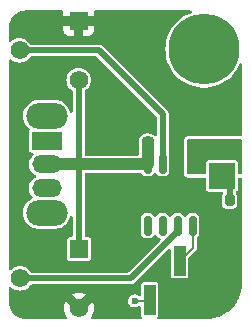
<source format=gtl>
G04 #@! TF.GenerationSoftware,KiCad,Pcbnew,8.0.1*
G04 #@! TF.CreationDate,2024-07-25T21:09:03+08:00*
G04 #@! TF.ProjectId,555Sandbox,35353553-616e-4646-926f-782e6b696361,1.0.0*
G04 #@! TF.SameCoordinates,Original*
G04 #@! TF.FileFunction,Copper,L1,Top*
G04 #@! TF.FilePolarity,Positive*
%FSLAX46Y46*%
G04 Gerber Fmt 4.6, Leading zero omitted, Abs format (unit mm)*
G04 Created by KiCad (PCBNEW 8.0.1) date 2024-07-25 21:09:03*
%MOMM*%
%LPD*%
G01*
G04 APERTURE LIST*
G04 Aperture macros list*
%AMRoundRect*
0 Rectangle with rounded corners*
0 $1 Rounding radius*
0 $2 $3 $4 $5 $6 $7 $8 $9 X,Y pos of 4 corners*
0 Add a 4 corners polygon primitive as box body*
4,1,4,$2,$3,$4,$5,$6,$7,$8,$9,$2,$3,0*
0 Add four circle primitives for the rounded corners*
1,1,$1+$1,$2,$3*
1,1,$1+$1,$4,$5*
1,1,$1+$1,$6,$7*
1,1,$1+$1,$8,$9*
0 Add four rect primitives between the rounded corners*
20,1,$1+$1,$2,$3,$4,$5,0*
20,1,$1+$1,$4,$5,$6,$7,0*
20,1,$1+$1,$6,$7,$8,$9,0*
20,1,$1+$1,$8,$9,$2,$3,0*%
G04 Aperture macros list end*
G04 #@! TA.AperFunction,SMDPad,CuDef*
%ADD10R,1.000000X2.510000*%
G04 #@! TD*
G04 #@! TA.AperFunction,SMDPad,CuDef*
%ADD11RoundRect,0.150000X-0.150000X0.675000X-0.150000X-0.675000X0.150000X-0.675000X0.150000X0.675000X0*%
G04 #@! TD*
G04 #@! TA.AperFunction,SMDPad,CuDef*
%ADD12R,2.200000X2.200000*%
G04 #@! TD*
G04 #@! TA.AperFunction,SMDPad,CuDef*
%ADD13R,2.200000X1.250000*%
G04 #@! TD*
G04 #@! TA.AperFunction,SMDPad,CuDef*
%ADD14RoundRect,0.200000X0.200000X0.275000X-0.200000X0.275000X-0.200000X-0.275000X0.200000X-0.275000X0*%
G04 #@! TD*
G04 #@! TA.AperFunction,ComponentPad*
%ADD15O,3.500000X2.200000*%
G04 #@! TD*
G04 #@! TA.AperFunction,ComponentPad*
%ADD16R,2.500000X1.500000*%
G04 #@! TD*
G04 #@! TA.AperFunction,ComponentPad*
%ADD17O,2.500000X1.500000*%
G04 #@! TD*
G04 #@! TA.AperFunction,SMDPad,CuDef*
%ADD18RoundRect,0.225000X0.250000X-0.225000X0.250000X0.225000X-0.250000X0.225000X-0.250000X-0.225000X0*%
G04 #@! TD*
G04 #@! TA.AperFunction,ComponentPad*
%ADD19R,1.560000X1.560000*%
G04 #@! TD*
G04 #@! TA.AperFunction,ComponentPad*
%ADD20C,1.560000*%
G04 #@! TD*
G04 #@! TA.AperFunction,ComponentPad*
%ADD21C,6.000000*%
G04 #@! TD*
G04 #@! TA.AperFunction,ViaPad*
%ADD22C,0.600000*%
G04 #@! TD*
G04 #@! TA.AperFunction,Conductor*
%ADD23C,0.200000*%
G04 #@! TD*
G04 #@! TA.AperFunction,Conductor*
%ADD24C,0.500000*%
G04 #@! TD*
G04 #@! TA.AperFunction,Conductor*
%ADD25C,1.000000*%
G04 #@! TD*
G04 APERTURE END LIST*
D10*
X92440000Y-91905000D03*
X89900000Y-88595000D03*
X87360000Y-91905000D03*
D11*
X91005000Y-80375000D03*
X89735000Y-80375000D03*
X88465000Y-80375000D03*
X87195000Y-80375000D03*
X87195000Y-85625000D03*
X88465000Y-85625000D03*
X89735000Y-85625000D03*
X91005000Y-85625000D03*
D12*
X93500000Y-81400000D03*
D13*
X93500000Y-79125000D03*
D14*
X94125000Y-83500000D03*
X92475000Y-83500000D03*
D15*
X78650000Y-76350000D03*
X78650000Y-84550000D03*
D16*
X78650000Y-78450000D03*
D17*
X78650000Y-80450000D03*
X78650000Y-82450000D03*
D18*
X87200000Y-78575000D03*
X87200000Y-77025000D03*
D19*
X81350000Y-68300000D03*
D20*
X76350000Y-70800000D03*
X81350000Y-73300000D03*
D21*
X91950000Y-70700000D03*
D19*
X81390000Y-87600000D03*
D20*
X76390000Y-90100000D03*
X81390000Y-92600000D03*
D22*
X86100000Y-92000000D03*
X83300000Y-74600000D03*
X94600000Y-90850000D03*
X86950000Y-73300000D03*
X92950000Y-77650000D03*
X86900000Y-75900000D03*
X76450000Y-68400000D03*
X91950000Y-77650000D03*
X83400000Y-88950000D03*
X81450000Y-90850000D03*
X93950000Y-77650000D03*
X92250000Y-93050000D03*
X83400000Y-93050000D03*
X88800000Y-72900000D03*
X89350000Y-78300000D03*
X86300000Y-75250000D03*
X93800000Y-92250000D03*
X83300000Y-75600000D03*
D23*
X89900000Y-88595000D02*
X91005000Y-87490000D01*
X91005000Y-87490000D02*
X91005000Y-85625000D01*
X86100000Y-92000000D02*
X87265000Y-92000000D01*
X87265000Y-92000000D02*
X87360000Y-91905000D01*
D24*
X81350000Y-73300000D02*
X81350000Y-87560000D01*
D25*
X87200000Y-80370000D02*
X87195000Y-80375000D01*
X78650000Y-80450000D02*
X87120000Y-80450000D01*
X87200000Y-78575000D02*
X87200000Y-80370000D01*
D24*
X81350000Y-87560000D02*
X81390000Y-87600000D01*
D25*
X81500000Y-87490000D02*
X81390000Y-87600000D01*
D24*
X89735000Y-86115000D02*
X89735000Y-85625000D01*
X85750000Y-90100000D02*
X89735000Y-86115000D01*
X76390000Y-90100000D02*
X85750000Y-90100000D01*
X88465000Y-76165000D02*
X88465000Y-80375000D01*
X83100000Y-70800000D02*
X88465000Y-76165000D01*
X76350000Y-70800000D02*
X83100000Y-70800000D01*
X94125000Y-82375000D02*
X93200000Y-81450000D01*
X94125000Y-83500000D02*
X94125000Y-82375000D01*
G04 #@! TA.AperFunction,Conductor*
G36*
X95130753Y-78319685D02*
G01*
X95176508Y-78372489D01*
X95187713Y-78423962D01*
X95188087Y-79668481D01*
X95188538Y-81175963D01*
X95168874Y-81243008D01*
X95116083Y-81288779D01*
X95064538Y-81300000D01*
X94974500Y-81300000D01*
X94907461Y-81280315D01*
X94861706Y-81227511D01*
X94850500Y-81176000D01*
X94850500Y-80275323D01*
X94850499Y-80275321D01*
X94835967Y-80202264D01*
X94835966Y-80202260D01*
X94780601Y-80119399D01*
X94697740Y-80064034D01*
X94697739Y-80064033D01*
X94697735Y-80064032D01*
X94624677Y-80049500D01*
X94624674Y-80049500D01*
X92375326Y-80049500D01*
X92375323Y-80049500D01*
X92302264Y-80064032D01*
X92302260Y-80064033D01*
X92219399Y-80119399D01*
X92164033Y-80202260D01*
X92164032Y-80202264D01*
X92149500Y-80275321D01*
X92149500Y-81176000D01*
X92129815Y-81243039D01*
X92077011Y-81288794D01*
X92025500Y-81300000D01*
X90624000Y-81300000D01*
X90556961Y-81280315D01*
X90511206Y-81227511D01*
X90500000Y-81176000D01*
X90500000Y-78424000D01*
X90519685Y-78356961D01*
X90572489Y-78311206D01*
X90624000Y-78300000D01*
X95063714Y-78300000D01*
X95130753Y-78319685D01*
G37*
G04 #@! TD.AperFunction*
G04 #@! TA.AperFunction,Conductor*
G36*
X80013039Y-67420185D02*
G01*
X80058794Y-67472989D01*
X80070000Y-67524500D01*
X80070000Y-67900000D01*
X81042894Y-67900000D01*
X80949901Y-67992993D01*
X80884075Y-68107007D01*
X80850000Y-68234174D01*
X80850000Y-68365826D01*
X80884075Y-68492993D01*
X80949901Y-68607007D01*
X81042993Y-68700099D01*
X81157007Y-68765925D01*
X81284174Y-68800000D01*
X81415826Y-68800000D01*
X81542993Y-68765925D01*
X81657007Y-68700099D01*
X81657106Y-68700000D01*
X81750000Y-68700000D01*
X81750000Y-69580000D01*
X82177828Y-69580000D01*
X82177844Y-69579999D01*
X82237372Y-69573598D01*
X82237379Y-69573596D01*
X82372086Y-69523354D01*
X82372093Y-69523350D01*
X82487187Y-69437190D01*
X82487190Y-69437187D01*
X82573350Y-69322093D01*
X82573354Y-69322086D01*
X82623596Y-69187379D01*
X82623598Y-69187372D01*
X82629999Y-69127844D01*
X82630000Y-69127827D01*
X82630000Y-68700000D01*
X81750000Y-68700000D01*
X81657106Y-68700000D01*
X81750099Y-68607007D01*
X81815925Y-68492993D01*
X81850000Y-68365826D01*
X81850000Y-68234174D01*
X81815925Y-68107007D01*
X81750099Y-67992993D01*
X81657106Y-67900000D01*
X82630000Y-67900000D01*
X82630000Y-67524500D01*
X82649685Y-67457461D01*
X82702489Y-67411706D01*
X82754000Y-67400500D01*
X90806168Y-67400500D01*
X90873207Y-67420185D01*
X90918962Y-67472989D01*
X90928906Y-67542147D01*
X90899881Y-67605703D01*
X90845762Y-67642008D01*
X90745099Y-67675926D01*
X90745096Y-67675927D01*
X90745088Y-67675930D01*
X90425210Y-67823921D01*
X90425197Y-67823928D01*
X90123184Y-68005644D01*
X89842589Y-68218946D01*
X89842580Y-68218954D01*
X89586685Y-68461350D01*
X89358505Y-68729983D01*
X89358498Y-68729993D01*
X89160695Y-69021730D01*
X88995597Y-69333137D01*
X88995588Y-69333155D01*
X88865127Y-69660589D01*
X88865126Y-69660591D01*
X88770834Y-70000203D01*
X88770833Y-70000206D01*
X88713808Y-70348045D01*
X88694726Y-70699997D01*
X88694726Y-70700002D01*
X88713808Y-71051954D01*
X88770833Y-71399793D01*
X88770834Y-71399796D01*
X88865126Y-71739408D01*
X88865127Y-71739410D01*
X88995588Y-72066844D01*
X88995597Y-72066862D01*
X89160695Y-72378269D01*
X89358498Y-72670006D01*
X89358505Y-72670016D01*
X89586685Y-72938649D01*
X89586686Y-72938650D01*
X89842580Y-73181046D01*
X90123182Y-73394354D01*
X90425202Y-73576074D01*
X90425206Y-73576075D01*
X90425210Y-73576078D01*
X90745088Y-73724070D01*
X90745092Y-73724070D01*
X90745099Y-73724074D01*
X91079122Y-73836619D01*
X91423355Y-73912391D01*
X91773763Y-73950500D01*
X91773769Y-73950500D01*
X92126231Y-73950500D01*
X92126237Y-73950500D01*
X92476645Y-73912391D01*
X92820878Y-73836619D01*
X93154901Y-73724074D01*
X93154908Y-73724070D01*
X93154911Y-73724070D01*
X93474789Y-73576078D01*
X93474798Y-73576074D01*
X93776818Y-73394354D01*
X94057420Y-73181046D01*
X94313314Y-72938650D01*
X94541501Y-72670008D01*
X94739305Y-72378269D01*
X94904407Y-72066854D01*
X94946599Y-71960958D01*
X94989697Y-71905969D01*
X95055686Y-71883008D01*
X95123614Y-71899369D01*
X95171913Y-71949856D01*
X95185791Y-72006821D01*
X95187562Y-77920463D01*
X95167898Y-77987508D01*
X95115107Y-78033279D01*
X95063562Y-78044500D01*
X90623997Y-78044500D01*
X90569687Y-78050338D01*
X90518181Y-78061543D01*
X90518172Y-78061546D01*
X90491807Y-78068779D01*
X90491796Y-78068783D01*
X90405181Y-78118105D01*
X90405173Y-78118111D01*
X90352371Y-78163863D01*
X90320743Y-78196640D01*
X90274534Y-78284977D01*
X90274533Y-78284977D01*
X90254851Y-78352009D01*
X90254848Y-78352021D01*
X90244500Y-78423998D01*
X90244500Y-81176002D01*
X90250338Y-81230312D01*
X90261543Y-81281818D01*
X90261546Y-81281827D01*
X90268779Y-81308192D01*
X90268783Y-81308203D01*
X90318105Y-81394818D01*
X90318110Y-81394825D01*
X90318112Y-81394828D01*
X90333036Y-81412051D01*
X90363863Y-81447628D01*
X90363866Y-81447631D01*
X90363867Y-81447632D01*
X90396641Y-81479257D01*
X90484976Y-81525465D01*
X90484977Y-81525465D01*
X90484977Y-81525466D01*
X90535105Y-81540184D01*
X90552015Y-81545150D01*
X90552019Y-81545150D01*
X90552021Y-81545151D01*
X90563652Y-81546823D01*
X90624000Y-81555500D01*
X90624001Y-81555500D01*
X92025500Y-81555500D01*
X92092539Y-81575185D01*
X92138294Y-81627989D01*
X92149500Y-81679500D01*
X92149500Y-82524678D01*
X92164032Y-82597735D01*
X92164033Y-82597739D01*
X92164034Y-82597740D01*
X92219399Y-82680601D01*
X92302260Y-82735966D01*
X92302264Y-82735967D01*
X92375321Y-82750499D01*
X92375324Y-82750500D01*
X92375326Y-82750500D01*
X93469659Y-82750500D01*
X93536698Y-82770185D01*
X93582453Y-82822989D01*
X93592397Y-82892147D01*
X93569430Y-82948133D01*
X93522207Y-83012118D01*
X93522206Y-83012119D01*
X93477353Y-83140298D01*
X93477353Y-83140300D01*
X93474500Y-83170730D01*
X93474500Y-83829269D01*
X93477353Y-83859699D01*
X93477353Y-83859701D01*
X93522206Y-83987880D01*
X93522207Y-83987882D01*
X93602850Y-84097150D01*
X93712118Y-84177793D01*
X93754845Y-84192744D01*
X93840299Y-84222646D01*
X93870730Y-84225500D01*
X93870734Y-84225500D01*
X94379270Y-84225500D01*
X94409699Y-84222646D01*
X94409701Y-84222646D01*
X94473790Y-84200219D01*
X94537882Y-84177793D01*
X94647150Y-84097150D01*
X94727793Y-83987882D01*
X94750219Y-83923790D01*
X94772646Y-83859701D01*
X94772646Y-83859699D01*
X94775500Y-83829269D01*
X94775500Y-83170730D01*
X94772646Y-83140300D01*
X94772646Y-83140298D01*
X94727793Y-83012119D01*
X94727790Y-83012113D01*
X94658529Y-82918267D01*
X94634558Y-82852638D01*
X94649874Y-82784468D01*
X94689410Y-82741531D01*
X94697738Y-82735966D01*
X94697740Y-82735966D01*
X94780601Y-82680601D01*
X94835966Y-82597740D01*
X94850500Y-82524674D01*
X94850500Y-81679500D01*
X94870185Y-81612461D01*
X94922989Y-81566706D01*
X94974500Y-81555500D01*
X95064689Y-81555500D01*
X95131728Y-81575185D01*
X95177483Y-81627989D01*
X95188688Y-81679461D01*
X95191060Y-89596666D01*
X95191325Y-90483207D01*
X95191344Y-90545852D01*
X95191176Y-90552344D01*
X95175339Y-90856207D01*
X95173986Y-90869118D01*
X95126975Y-91166455D01*
X95124279Y-91179154D01*
X95046440Y-91469945D01*
X95042431Y-91482292D01*
X94934621Y-91763343D01*
X94929344Y-91775203D01*
X94792736Y-92043453D01*
X94786247Y-92054697D01*
X94622350Y-92307184D01*
X94614722Y-92317688D01*
X94425319Y-92551665D01*
X94416634Y-92561314D01*
X94203804Y-92774209D01*
X94194158Y-92782896D01*
X93960251Y-92972364D01*
X93949750Y-92979996D01*
X93697303Y-93143980D01*
X93686061Y-93150472D01*
X93417858Y-93287161D01*
X93405999Y-93292442D01*
X93124983Y-93400340D01*
X93112637Y-93404353D01*
X92821870Y-93482282D01*
X92809172Y-93484982D01*
X92511849Y-93532086D01*
X92498939Y-93533443D01*
X92195939Y-93549330D01*
X92189446Y-93549500D01*
X88131064Y-93549500D01*
X88064025Y-93529815D01*
X88018270Y-93477011D01*
X88008326Y-93407853D01*
X88034264Y-93351056D01*
X88033815Y-93350756D01*
X88035667Y-93347983D01*
X88037351Y-93344297D01*
X88040111Y-93341332D01*
X88040598Y-93340602D01*
X88040601Y-93340601D01*
X88095966Y-93257740D01*
X88110500Y-93184674D01*
X88110500Y-90625326D01*
X88110500Y-90625323D01*
X88110499Y-90625321D01*
X88095967Y-90552264D01*
X88095966Y-90552260D01*
X88080006Y-90528374D01*
X88040601Y-90469399D01*
X87957740Y-90414034D01*
X87957739Y-90414033D01*
X87957735Y-90414032D01*
X87884677Y-90399500D01*
X87884674Y-90399500D01*
X86835326Y-90399500D01*
X86835323Y-90399500D01*
X86762264Y-90414032D01*
X86762260Y-90414033D01*
X86679399Y-90469399D01*
X86624033Y-90552260D01*
X86624032Y-90552264D01*
X86609500Y-90625321D01*
X86609500Y-91445616D01*
X86589815Y-91512655D01*
X86537011Y-91558410D01*
X86467853Y-91568354D01*
X86410014Y-91543992D01*
X86377625Y-91519139D01*
X86377624Y-91519138D01*
X86377622Y-91519137D01*
X86243712Y-91463671D01*
X86243710Y-91463670D01*
X86243709Y-91463670D01*
X86171854Y-91454210D01*
X86100001Y-91444750D01*
X86099999Y-91444750D01*
X85956291Y-91463670D01*
X85956287Y-91463671D01*
X85822377Y-91519137D01*
X85707379Y-91607379D01*
X85619137Y-91722377D01*
X85563671Y-91856287D01*
X85563670Y-91856291D01*
X85544750Y-92000000D01*
X85558554Y-92104853D01*
X85563670Y-92143708D01*
X85563671Y-92143712D01*
X85619137Y-92277622D01*
X85619138Y-92277624D01*
X85619139Y-92277625D01*
X85707379Y-92392621D01*
X85822375Y-92480861D01*
X85956291Y-92536330D01*
X86072770Y-92551665D01*
X86099999Y-92555250D01*
X86100000Y-92555250D01*
X86100001Y-92555250D01*
X86114977Y-92553278D01*
X86243709Y-92536330D01*
X86377625Y-92480861D01*
X86410013Y-92456008D01*
X86475181Y-92430813D01*
X86543626Y-92444850D01*
X86593616Y-92493663D01*
X86609500Y-92554383D01*
X86609500Y-93184678D01*
X86624032Y-93257735D01*
X86624033Y-93257739D01*
X86624034Y-93257740D01*
X86679399Y-93340601D01*
X86679400Y-93340601D01*
X86686185Y-93350756D01*
X86684350Y-93351981D01*
X86710102Y-93399142D01*
X86705118Y-93468834D01*
X86663246Y-93524767D01*
X86597782Y-93549184D01*
X86588936Y-93549500D01*
X82525946Y-93549500D01*
X82458907Y-93529815D01*
X82413152Y-93477011D01*
X82403208Y-93407853D01*
X82424371Y-93354376D01*
X82502746Y-93242444D01*
X82597399Y-93039459D01*
X82597403Y-93039450D01*
X82655367Y-92823124D01*
X82655369Y-92823113D01*
X82674889Y-92600002D01*
X82674889Y-92599997D01*
X82655369Y-92376886D01*
X82655367Y-92376875D01*
X82597403Y-92160549D01*
X82597400Y-92160540D01*
X82533079Y-92022604D01*
X81890000Y-92665683D01*
X81890000Y-92534174D01*
X81855925Y-92407007D01*
X81790099Y-92292993D01*
X81697007Y-92199901D01*
X81582993Y-92134075D01*
X81455826Y-92100000D01*
X81324174Y-92100000D01*
X81197007Y-92134075D01*
X81082993Y-92199901D01*
X80989901Y-92292993D01*
X80924075Y-92407007D01*
X80890000Y-92534174D01*
X80890000Y-92665685D01*
X80246920Y-92022605D01*
X80182600Y-92160540D01*
X80182596Y-92160549D01*
X80124632Y-92376875D01*
X80124630Y-92376886D01*
X80105111Y-92599997D01*
X80105111Y-92600002D01*
X80124630Y-92823113D01*
X80124632Y-92823124D01*
X80182596Y-93039450D01*
X80182600Y-93039459D01*
X80277253Y-93242444D01*
X80355629Y-93354376D01*
X80377956Y-93420582D01*
X80360946Y-93488350D01*
X80309998Y-93536163D01*
X80254054Y-93549500D01*
X76904875Y-93549500D01*
X76895146Y-93549118D01*
X76682975Y-93532419D01*
X76663757Y-93529375D01*
X76461569Y-93480834D01*
X76443063Y-93474821D01*
X76250955Y-93395247D01*
X76233618Y-93386413D01*
X76056327Y-93277769D01*
X76040585Y-93266332D01*
X75882469Y-93131288D01*
X75868711Y-93117530D01*
X75733667Y-92959414D01*
X75722230Y-92943672D01*
X75613586Y-92766381D01*
X75604752Y-92749044D01*
X75543015Y-92599997D01*
X75525176Y-92556930D01*
X75519167Y-92538437D01*
X75470623Y-92336237D01*
X75467580Y-92317024D01*
X75464479Y-92277625D01*
X75450882Y-92104853D01*
X75450500Y-92095124D01*
X75450500Y-91456920D01*
X80812605Y-91456920D01*
X81390000Y-92034315D01*
X81390001Y-92034315D01*
X81967395Y-91456918D01*
X81829452Y-91392597D01*
X81613124Y-91334632D01*
X81613113Y-91334630D01*
X81390002Y-91315111D01*
X81389998Y-91315111D01*
X81166886Y-91334630D01*
X81166875Y-91334632D01*
X80950549Y-91392596D01*
X80950540Y-91392600D01*
X80812605Y-91456920D01*
X75450500Y-91456920D01*
X75450500Y-90924247D01*
X75470185Y-90857208D01*
X75522989Y-90811453D01*
X75592147Y-90801509D01*
X75653165Y-90828394D01*
X75814713Y-90960974D01*
X75814720Y-90960978D01*
X75993732Y-91056662D01*
X75993734Y-91056662D01*
X75993737Y-91056664D01*
X76187987Y-91115589D01*
X76187986Y-91115589D01*
X76206099Y-91117372D01*
X76390000Y-91135486D01*
X76592013Y-91115589D01*
X76786263Y-91056664D01*
X76965285Y-90960975D01*
X77122199Y-90832199D01*
X77250975Y-90675285D01*
X77255912Y-90666047D01*
X77304874Y-90616203D01*
X77365271Y-90600500D01*
X85815890Y-90600500D01*
X85815892Y-90600500D01*
X85943186Y-90566392D01*
X86057314Y-90500500D01*
X88937819Y-87619995D01*
X88999142Y-87586510D01*
X89068834Y-87591494D01*
X89124767Y-87633366D01*
X89149184Y-87698830D01*
X89149500Y-87707676D01*
X89149500Y-89874678D01*
X89164032Y-89947735D01*
X89164033Y-89947739D01*
X89164034Y-89947740D01*
X89219399Y-90030601D01*
X89302260Y-90085966D01*
X89302264Y-90085967D01*
X89375321Y-90100499D01*
X89375324Y-90100500D01*
X89375326Y-90100500D01*
X90424676Y-90100500D01*
X90424677Y-90100499D01*
X90497740Y-90085966D01*
X90580601Y-90030601D01*
X90635966Y-89947740D01*
X90650500Y-89874674D01*
X90650500Y-88391544D01*
X90670185Y-88324505D01*
X90686819Y-88303863D01*
X91285470Y-87705212D01*
X91331614Y-87625288D01*
X91355500Y-87536144D01*
X91355500Y-86717254D01*
X91375185Y-86650215D01*
X91391819Y-86629572D01*
X91393339Y-86628051D01*
X91393342Y-86628050D01*
X91483050Y-86538342D01*
X91540646Y-86425304D01*
X91540646Y-86425302D01*
X91540647Y-86425301D01*
X91555499Y-86331524D01*
X91555500Y-86331519D01*
X91555499Y-84918482D01*
X91540646Y-84824696D01*
X91483050Y-84711658D01*
X91483046Y-84711654D01*
X91483045Y-84711652D01*
X91393347Y-84621954D01*
X91393344Y-84621952D01*
X91393342Y-84621950D01*
X91316517Y-84582805D01*
X91280301Y-84564352D01*
X91186524Y-84549500D01*
X90823482Y-84549500D01*
X90742519Y-84562323D01*
X90729696Y-84564354D01*
X90616658Y-84621950D01*
X90616657Y-84621951D01*
X90616652Y-84621954D01*
X90526954Y-84711652D01*
X90526949Y-84711659D01*
X90480483Y-84802852D01*
X90432508Y-84853648D01*
X90364687Y-84870442D01*
X90298552Y-84847904D01*
X90259516Y-84802852D01*
X90213050Y-84711658D01*
X90213047Y-84711655D01*
X90213045Y-84711652D01*
X90123347Y-84621954D01*
X90123344Y-84621952D01*
X90123342Y-84621950D01*
X90046517Y-84582805D01*
X90010301Y-84564352D01*
X89916524Y-84549500D01*
X89553482Y-84549500D01*
X89472519Y-84562323D01*
X89459696Y-84564354D01*
X89346658Y-84621950D01*
X89346657Y-84621951D01*
X89346652Y-84621954D01*
X89256954Y-84711652D01*
X89256949Y-84711659D01*
X89210483Y-84802852D01*
X89162508Y-84853648D01*
X89094687Y-84870442D01*
X89028552Y-84847904D01*
X88989516Y-84802852D01*
X88943050Y-84711658D01*
X88943047Y-84711655D01*
X88943045Y-84711652D01*
X88853347Y-84621954D01*
X88853344Y-84621952D01*
X88853342Y-84621950D01*
X88776517Y-84582805D01*
X88740301Y-84564352D01*
X88646524Y-84549500D01*
X88283482Y-84549500D01*
X88202519Y-84562323D01*
X88189696Y-84564354D01*
X88076658Y-84621950D01*
X88076657Y-84621951D01*
X88076652Y-84621954D01*
X87986954Y-84711652D01*
X87986949Y-84711659D01*
X87940483Y-84802852D01*
X87892508Y-84853648D01*
X87824687Y-84870442D01*
X87758552Y-84847904D01*
X87719516Y-84802852D01*
X87673050Y-84711658D01*
X87673047Y-84711655D01*
X87673045Y-84711652D01*
X87583347Y-84621954D01*
X87583344Y-84621952D01*
X87583342Y-84621950D01*
X87506517Y-84582805D01*
X87470301Y-84564352D01*
X87376524Y-84549500D01*
X87013482Y-84549500D01*
X86932519Y-84562323D01*
X86919696Y-84564354D01*
X86806658Y-84621950D01*
X86806657Y-84621951D01*
X86806652Y-84621954D01*
X86716954Y-84711652D01*
X86716951Y-84711657D01*
X86716950Y-84711658D01*
X86697751Y-84749337D01*
X86659352Y-84824698D01*
X86644500Y-84918475D01*
X86644500Y-86331517D01*
X86652109Y-86379557D01*
X86659354Y-86425304D01*
X86716950Y-86538342D01*
X86716952Y-86538344D01*
X86716954Y-86538347D01*
X86806652Y-86628045D01*
X86806654Y-86628046D01*
X86806658Y-86628050D01*
X86919694Y-86685645D01*
X86919698Y-86685647D01*
X87013475Y-86700499D01*
X87013481Y-86700500D01*
X87376518Y-86700499D01*
X87470304Y-86685646D01*
X87583342Y-86628050D01*
X87673050Y-86538342D01*
X87719516Y-86447145D01*
X87767490Y-86396352D01*
X87835311Y-86379557D01*
X87901445Y-86402094D01*
X87940482Y-86447145D01*
X87965891Y-86497011D01*
X87986951Y-86538343D01*
X87986954Y-86538347D01*
X88076652Y-86628045D01*
X88076654Y-86628046D01*
X88076658Y-86628050D01*
X88189696Y-86685646D01*
X88189699Y-86685646D01*
X88198652Y-86688556D01*
X88256328Y-86727992D01*
X88283527Y-86792351D01*
X88271613Y-86861197D01*
X88248016Y-86894168D01*
X85579005Y-89563181D01*
X85517682Y-89596666D01*
X85491324Y-89599500D01*
X77365271Y-89599500D01*
X77298232Y-89579815D01*
X77255912Y-89533952D01*
X77250973Y-89524712D01*
X77122199Y-89367800D01*
X76965286Y-89239025D01*
X76965279Y-89239021D01*
X76786267Y-89143337D01*
X76689138Y-89113873D01*
X76592013Y-89084411D01*
X76592011Y-89084410D01*
X76592013Y-89084410D01*
X76390000Y-89064514D01*
X76187988Y-89084410D01*
X75993732Y-89143337D01*
X75814720Y-89239021D01*
X75814713Y-89239026D01*
X75653165Y-89371605D01*
X75588855Y-89398918D01*
X75519987Y-89387127D01*
X75468427Y-89339975D01*
X75450500Y-89275752D01*
X75450500Y-71657075D01*
X75470185Y-71590036D01*
X75522989Y-71544281D01*
X75592147Y-71534337D01*
X75653165Y-71561222D01*
X75774713Y-71660974D01*
X75774720Y-71660978D01*
X75953732Y-71756662D01*
X75953734Y-71756662D01*
X75953737Y-71756664D01*
X76147987Y-71815589D01*
X76147986Y-71815589D01*
X76166099Y-71817372D01*
X76350000Y-71835486D01*
X76552013Y-71815589D01*
X76746263Y-71756664D01*
X76925285Y-71660975D01*
X77082199Y-71532199D01*
X77210975Y-71375285D01*
X77215912Y-71366047D01*
X77264874Y-71316203D01*
X77325271Y-71300500D01*
X82841324Y-71300500D01*
X82908363Y-71320185D01*
X82929005Y-71336819D01*
X87928181Y-76335995D01*
X87961666Y-76397318D01*
X87964500Y-76423676D01*
X87964500Y-77893456D01*
X87944815Y-77960495D01*
X87892011Y-78006250D01*
X87822853Y-78016194D01*
X87766190Y-77992723D01*
X87680230Y-77928374D01*
X87680227Y-77928373D01*
X87680226Y-77928372D01*
X87552114Y-77880588D01*
X87552112Y-77880587D01*
X87552110Y-77880587D01*
X87495501Y-77874500D01*
X87495485Y-77874500D01*
X87494658Y-77874500D01*
X87494353Y-77874439D01*
X87492178Y-77874323D01*
X87492187Y-77874144D01*
X87492182Y-77874144D01*
X87492193Y-77874040D01*
X87492194Y-77874010D01*
X87447206Y-77865061D01*
X87418917Y-77853343D01*
X87418907Y-77853340D01*
X87273920Y-77824500D01*
X87273918Y-77824500D01*
X87126082Y-77824500D01*
X87126080Y-77824500D01*
X86981088Y-77853341D01*
X86981085Y-77853342D01*
X86952786Y-77865063D01*
X86907807Y-77874014D01*
X86907812Y-77874117D01*
X86907816Y-77874146D01*
X86907814Y-77874146D01*
X86907824Y-77874324D01*
X86905673Y-77874439D01*
X86905368Y-77874500D01*
X86904534Y-77874500D01*
X86904507Y-77874501D01*
X86847885Y-77880587D01*
X86719773Y-77928372D01*
X86610313Y-78010313D01*
X86528373Y-78119771D01*
X86480587Y-78247889D01*
X86474500Y-78304498D01*
X86474500Y-78363188D01*
X86472117Y-78387380D01*
X86449500Y-78501079D01*
X86449500Y-79575500D01*
X86429815Y-79642539D01*
X86377011Y-79688294D01*
X86325500Y-79699500D01*
X81974500Y-79699500D01*
X81907461Y-79679815D01*
X81861706Y-79627011D01*
X81850500Y-79575500D01*
X81850500Y-74275271D01*
X81870185Y-74208232D01*
X81916048Y-74165912D01*
X81925285Y-74160975D01*
X82082199Y-74032199D01*
X82210975Y-73875285D01*
X82306664Y-73696263D01*
X82365589Y-73502013D01*
X82385486Y-73300000D01*
X82365589Y-73097987D01*
X82306664Y-72903737D01*
X82306662Y-72903734D01*
X82306662Y-72903732D01*
X82210978Y-72724720D01*
X82210974Y-72724713D01*
X82082199Y-72567800D01*
X81925286Y-72439025D01*
X81925279Y-72439021D01*
X81746267Y-72343337D01*
X81649138Y-72313873D01*
X81552013Y-72284411D01*
X81552011Y-72284410D01*
X81552013Y-72284410D01*
X81350000Y-72264514D01*
X81147988Y-72284410D01*
X80953732Y-72343337D01*
X80774720Y-72439021D01*
X80774713Y-72439025D01*
X80617800Y-72567800D01*
X80489025Y-72724713D01*
X80489021Y-72724720D01*
X80393337Y-72903732D01*
X80334410Y-73097988D01*
X80314514Y-73300000D01*
X80334410Y-73502011D01*
X80393337Y-73696267D01*
X80489021Y-73875279D01*
X80489025Y-73875286D01*
X80617800Y-74032199D01*
X80774712Y-74160973D01*
X80774713Y-74160973D01*
X80774715Y-74160975D01*
X80783952Y-74165912D01*
X80833797Y-74214874D01*
X80849500Y-74275271D01*
X80849500Y-75965657D01*
X80829815Y-76032696D01*
X80777011Y-76078451D01*
X80707853Y-76088395D01*
X80644297Y-76059370D01*
X80607569Y-76003975D01*
X80597119Y-75971814D01*
X80551557Y-75831588D01*
X80455051Y-75642184D01*
X80455049Y-75642181D01*
X80455048Y-75642179D01*
X80330109Y-75470213D01*
X80179786Y-75319890D01*
X80007820Y-75194951D01*
X79818414Y-75098444D01*
X79818413Y-75098443D01*
X79818412Y-75098443D01*
X79616243Y-75032754D01*
X79616241Y-75032753D01*
X79616240Y-75032753D01*
X79454957Y-75007208D01*
X79406287Y-74999500D01*
X77893713Y-74999500D01*
X77845042Y-75007208D01*
X77683760Y-75032753D01*
X77481585Y-75098444D01*
X77292179Y-75194951D01*
X77120213Y-75319890D01*
X76969890Y-75470213D01*
X76844951Y-75642179D01*
X76748444Y-75831585D01*
X76682753Y-76033760D01*
X76678697Y-76059370D01*
X76649500Y-76243713D01*
X76649500Y-76456287D01*
X76682754Y-76666243D01*
X76692430Y-76696024D01*
X76748444Y-76868414D01*
X76844951Y-77057820D01*
X76969890Y-77229786D01*
X76969896Y-77229792D01*
X77120208Y-77380104D01*
X77120209Y-77380105D01*
X77120208Y-77380105D01*
X77141987Y-77395927D01*
X77153183Y-77404062D01*
X77195850Y-77459390D01*
X77201831Y-77529004D01*
X77183404Y-77573270D01*
X77164033Y-77602261D01*
X77164032Y-77602264D01*
X77149500Y-77675321D01*
X77149500Y-79224678D01*
X77164032Y-79297735D01*
X77164033Y-79297739D01*
X77164034Y-79297740D01*
X77219399Y-79380601D01*
X77302260Y-79435966D01*
X77302264Y-79435967D01*
X77375321Y-79450499D01*
X77375324Y-79450500D01*
X77375326Y-79450500D01*
X77436608Y-79450500D01*
X77503647Y-79470185D01*
X77549402Y-79522989D01*
X77559346Y-79592147D01*
X77530321Y-79655703D01*
X77515275Y-79670352D01*
X77512212Y-79672865D01*
X77372863Y-79812214D01*
X77372860Y-79812218D01*
X77263371Y-79976079D01*
X77263364Y-79976092D01*
X77187950Y-80158160D01*
X77187947Y-80158170D01*
X77149500Y-80351456D01*
X77149500Y-80351459D01*
X77149500Y-80548541D01*
X77149500Y-80548543D01*
X77149499Y-80548543D01*
X77187947Y-80741829D01*
X77187950Y-80741839D01*
X77263364Y-80923907D01*
X77263371Y-80923920D01*
X77372860Y-81087781D01*
X77372863Y-81087785D01*
X77512214Y-81227136D01*
X77512218Y-81227139D01*
X77676079Y-81336628D01*
X77681456Y-81339502D01*
X77680490Y-81341308D01*
X77727612Y-81379285D01*
X77749673Y-81445580D01*
X77732391Y-81513279D01*
X77681251Y-81560887D01*
X77677660Y-81562526D01*
X77676079Y-81563371D01*
X77512218Y-81672860D01*
X77512214Y-81672863D01*
X77372863Y-81812214D01*
X77372860Y-81812218D01*
X77263371Y-81976079D01*
X77263364Y-81976092D01*
X77187950Y-82158160D01*
X77187947Y-82158170D01*
X77149500Y-82351456D01*
X77149500Y-82351459D01*
X77149500Y-82548541D01*
X77149500Y-82548543D01*
X77149499Y-82548543D01*
X77187947Y-82741829D01*
X77187950Y-82741839D01*
X77263364Y-82923907D01*
X77263371Y-82923920D01*
X77372860Y-83087781D01*
X77372863Y-83087785D01*
X77428431Y-83143353D01*
X77461916Y-83204676D01*
X77456932Y-83274368D01*
X77415060Y-83330301D01*
X77397045Y-83341518D01*
X77292185Y-83394947D01*
X77292184Y-83394948D01*
X77120213Y-83519890D01*
X76969890Y-83670213D01*
X76844951Y-83842179D01*
X76748444Y-84031585D01*
X76682753Y-84233760D01*
X76649500Y-84443713D01*
X76649500Y-84656286D01*
X76676173Y-84824697D01*
X76682754Y-84866243D01*
X76699727Y-84918481D01*
X76748444Y-85068414D01*
X76844951Y-85257820D01*
X76969890Y-85429786D01*
X77120213Y-85580109D01*
X77292179Y-85705048D01*
X77292181Y-85705049D01*
X77292184Y-85705051D01*
X77481588Y-85801557D01*
X77683757Y-85867246D01*
X77893713Y-85900500D01*
X77893714Y-85900500D01*
X79406286Y-85900500D01*
X79406287Y-85900500D01*
X79616243Y-85867246D01*
X79818412Y-85801557D01*
X80007816Y-85705051D01*
X80029789Y-85689086D01*
X80179786Y-85580109D01*
X80179788Y-85580106D01*
X80179792Y-85580104D01*
X80330104Y-85429792D01*
X80330106Y-85429788D01*
X80330109Y-85429786D01*
X80455048Y-85257820D01*
X80455047Y-85257820D01*
X80455051Y-85257816D01*
X80551557Y-85068412D01*
X80607569Y-84896022D01*
X80647006Y-84838348D01*
X80711365Y-84811150D01*
X80780211Y-84823065D01*
X80831687Y-84870309D01*
X80849500Y-84934342D01*
X80849500Y-86445500D01*
X80829815Y-86512539D01*
X80777011Y-86558294D01*
X80725500Y-86569500D01*
X80585323Y-86569500D01*
X80512264Y-86584032D01*
X80512260Y-86584033D01*
X80429399Y-86639399D01*
X80374033Y-86722260D01*
X80374032Y-86722264D01*
X80359500Y-86795321D01*
X80359500Y-88404678D01*
X80374032Y-88477735D01*
X80374033Y-88477739D01*
X80374034Y-88477740D01*
X80429399Y-88560601D01*
X80512260Y-88615966D01*
X80512264Y-88615967D01*
X80585321Y-88630499D01*
X80585324Y-88630500D01*
X80585326Y-88630500D01*
X82194676Y-88630500D01*
X82194677Y-88630499D01*
X82267740Y-88615966D01*
X82350601Y-88560601D01*
X82405966Y-88477740D01*
X82420500Y-88404674D01*
X82420500Y-86795326D01*
X82420500Y-86795323D01*
X82420499Y-86795321D01*
X82405967Y-86722264D01*
X82405966Y-86722260D01*
X82402621Y-86717254D01*
X82350601Y-86639399D01*
X82267740Y-86584034D01*
X82267739Y-86584033D01*
X82267735Y-86584032D01*
X82194677Y-86569500D01*
X82194674Y-86569500D01*
X81974500Y-86569500D01*
X81907461Y-86549815D01*
X81861706Y-86497011D01*
X81850500Y-86445500D01*
X81850500Y-81324500D01*
X81870185Y-81257461D01*
X81922989Y-81211706D01*
X81974500Y-81200500D01*
X86596205Y-81200500D01*
X86663244Y-81220185D01*
X86706689Y-81268204D01*
X86716949Y-81288340D01*
X86716954Y-81288347D01*
X86806652Y-81378045D01*
X86806654Y-81378046D01*
X86806658Y-81378050D01*
X86919694Y-81435645D01*
X86919698Y-81435647D01*
X87013475Y-81450499D01*
X87013481Y-81450500D01*
X87376518Y-81450499D01*
X87470304Y-81435646D01*
X87583342Y-81378050D01*
X87673050Y-81288342D01*
X87719516Y-81197145D01*
X87767490Y-81146352D01*
X87835311Y-81129557D01*
X87901445Y-81152094D01*
X87940482Y-81197145D01*
X87986949Y-81288340D01*
X87986951Y-81288343D01*
X87986954Y-81288347D01*
X88076652Y-81378045D01*
X88076654Y-81378046D01*
X88076658Y-81378050D01*
X88189694Y-81435645D01*
X88189698Y-81435647D01*
X88283475Y-81450499D01*
X88283481Y-81450500D01*
X88646518Y-81450499D01*
X88740304Y-81435646D01*
X88853342Y-81378050D01*
X88943050Y-81288342D01*
X89000646Y-81175304D01*
X89000646Y-81175302D01*
X89000647Y-81175301D01*
X89011282Y-81108147D01*
X89015500Y-81081519D01*
X89015499Y-79668482D01*
X89000646Y-79574696D01*
X89000645Y-79574694D01*
X89000645Y-79574692D01*
X88979015Y-79532241D01*
X88965500Y-79475947D01*
X88965500Y-76099110D01*
X88965500Y-76099108D01*
X88931392Y-75971814D01*
X88865500Y-75857686D01*
X88772314Y-75764500D01*
X83407314Y-70399500D01*
X83318192Y-70348045D01*
X83293187Y-70333608D01*
X83226120Y-70315638D01*
X83165892Y-70299500D01*
X83165891Y-70299500D01*
X77325271Y-70299500D01*
X77258232Y-70279815D01*
X77215912Y-70233952D01*
X77210973Y-70224712D01*
X77082199Y-70067800D01*
X76925286Y-69939025D01*
X76925279Y-69939021D01*
X76746267Y-69843337D01*
X76649138Y-69813873D01*
X76552013Y-69784411D01*
X76552011Y-69784410D01*
X76552013Y-69784410D01*
X76350000Y-69764514D01*
X76147988Y-69784410D01*
X75953732Y-69843337D01*
X75774720Y-69939021D01*
X75774714Y-69939025D01*
X75653164Y-70038778D01*
X75588854Y-70066090D01*
X75519987Y-70054299D01*
X75468427Y-70007146D01*
X75450500Y-69942924D01*
X75450500Y-68854875D01*
X75450882Y-68845146D01*
X75459945Y-68729992D01*
X75462305Y-68700000D01*
X80070000Y-68700000D01*
X80070000Y-69127844D01*
X80076401Y-69187372D01*
X80076403Y-69187379D01*
X80126645Y-69322086D01*
X80126649Y-69322093D01*
X80212809Y-69437187D01*
X80212812Y-69437190D01*
X80327906Y-69523350D01*
X80327913Y-69523354D01*
X80462620Y-69573596D01*
X80462627Y-69573598D01*
X80522155Y-69579999D01*
X80522172Y-69580000D01*
X80950000Y-69580000D01*
X80950000Y-68700000D01*
X80070000Y-68700000D01*
X75462305Y-68700000D01*
X75467580Y-68632969D01*
X75470622Y-68613764D01*
X75519168Y-68411558D01*
X75525174Y-68393073D01*
X75604753Y-68200951D01*
X75613586Y-68183618D01*
X75652795Y-68119636D01*
X75722231Y-68006324D01*
X75733667Y-67990585D01*
X75748381Y-67973357D01*
X75868715Y-67832464D01*
X75882464Y-67818715D01*
X76040587Y-67683665D01*
X76056327Y-67672230D01*
X76233621Y-67563584D01*
X76250951Y-67554753D01*
X76443073Y-67475174D01*
X76461558Y-67469168D01*
X76663764Y-67420622D01*
X76682969Y-67417580D01*
X76895146Y-67400881D01*
X76904875Y-67400500D01*
X76965892Y-67400500D01*
X79946000Y-67400500D01*
X80013039Y-67420185D01*
G37*
G04 #@! TD.AperFunction*
G04 #@! TA.AperFunction,Conductor*
G36*
X81416357Y-93111488D02*
G01*
X81346665Y-93106504D01*
X81336545Y-93100000D01*
X81437396Y-93100000D01*
X81416357Y-93111488D01*
G37*
G04 #@! TD.AperFunction*
M02*

</source>
